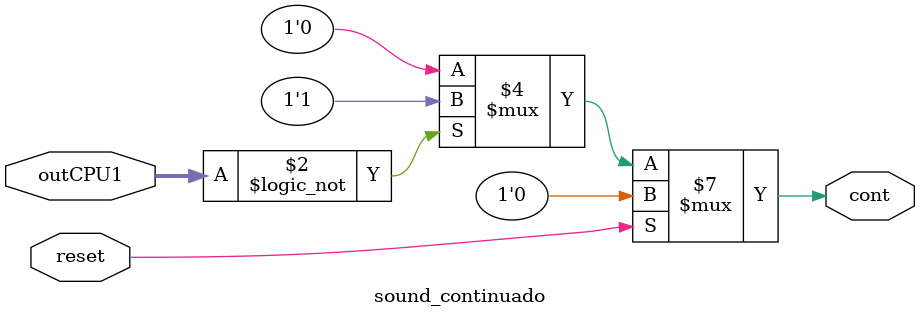
<source format=v>
module tiempos (input wire clk, reset, enable, continuo,output reg clk_1hz);

reg [24:0] counter;
initial 
begin
    counter = 0;
    clk_1hz = 0;
end

	always @(posedge clk) 
	begin
		if(enable && !continuo) begin
			 if (counter == 0) begin
				  counter <= 24999999;
				  clk_1hz <= ~clk_1hz;
			 end 
			 else begin
				  counter <= counter - 1;
			 end
		 end
		else if(enable && continuo) begin
				clk_1hz <= 1;
		end
		
		if(!enable) begin
				clk_1hz <= ~clk_1hz;
		end
	end


endmodule

module sound (input wire [7:0] outCPU1, input wire s_enable, output reg [51:0] sonido);

always @(*)
 begin
  
  if(s_enable && outCPU1 >= 8'b00011110)
		sonido <= 17980;
  else if(s_enable && outCPU1 >= 8'b00010100)
	   sonido <= 19200;
  else if(s_enable && outCPU1 >= 8'b00001010)
	   sonido <= 19200;
  else if(s_enable && outCPU1 >= 8'b00000101)
      sonido <= 24000;
  else if(s_enable && outCPU1 >= 8'b00000001)
      sonido <= 28800;
  else if(s_enable && outCPU1 == 8'b0)
      sonido <= 32000;
  else
		sonido <= 0;
 end

 endmodule
 
 module sound_continuado(input wire reset, input wire [7:0] outCPU1, output reg cont);
 
	always @(*)
	begin
		if(reset)
		begin
			cont <= 1'b0;
		end
		else if(outCPU1 == 8'b0)
		begin
			cont <= 1'b1;
		end
		else
		begin
			cont <= 1'b0;
		end
	end
 
 endmodule
 
 
</source>
